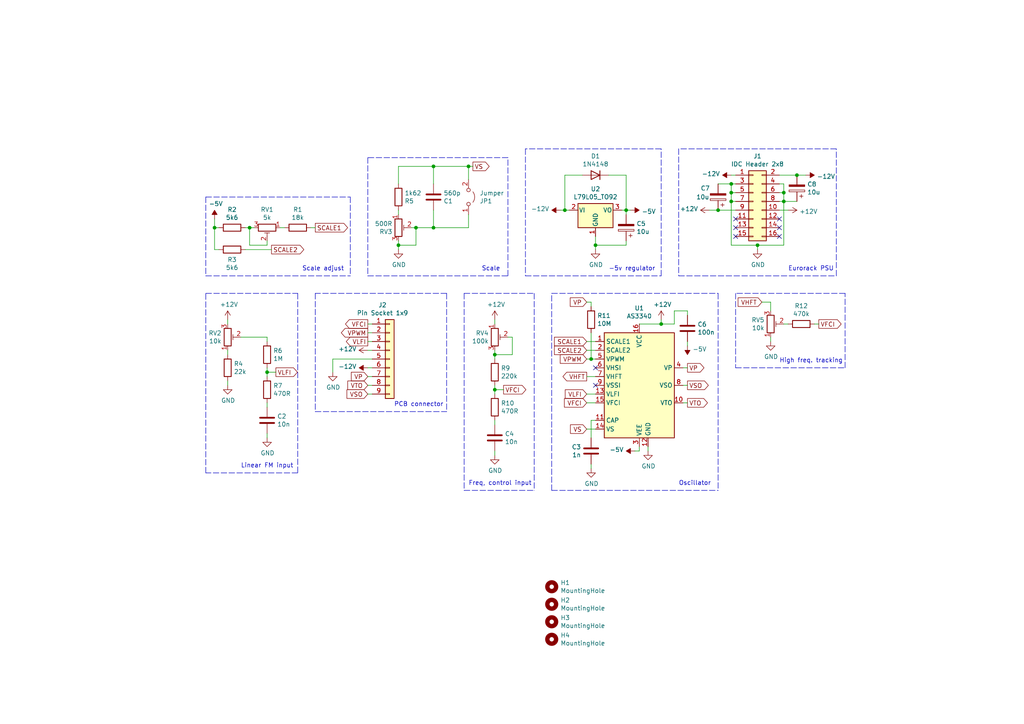
<source format=kicad_sch>
(kicad_sch (version 20211123) (generator eeschema)
  (paper "A4")
  (title_block (title "as3340-vco back") (date "2021-12-14") (rev "1.0") (comment 3 "Released under CERN Open Hardware Licence Version 2 - Strongly Reciprocal") (comment 4 "Designed by: Rafael G. Martins"))
  (lib_symbols
    (symbol "Audio:AS3340"
      (property "Reference" "U" (at -5.08 17.78 0))
      (property "Value" "AS3340" (at 5.08 17.78 0))
      (symbol "AS3340_0_1"
        (rectangle (start -10.16 15.24) (end 10.16 -15.24) (stroke (width 0.254)) (fill (type background)))
      )
      (symbol "AS3340_1_1"
        (pin input line (at -12.7 12.7 0) (length 2.54) (name "SCALE1") (number "1"))
        (pin output line (at 12.7 -5.08 180) (length 2.54) (name "VTO") (number "10"))
        (pin passive line (at -12.7 -10.16 0) (length 2.54) (name "CAP") (number "11"))
        (pin power_in line (at 2.54 -17.78 90) (length 2.54) (name "GND") (number "12"))
        (pin input line (at -12.7 -2.54 0) (length 2.54) (name "VLFI") (number "13"))
        (pin passive line (at -12.7 -12.7 0) (length 2.54) (name "VS") (number "14"))
        (pin input line (at -12.7 -5.08 0) (length 2.54) (name "VFCI") (number "15"))
        (pin power_in line (at 0 17.78 270) (length 2.54) (name "VCC") (number "16"))
        (pin input line (at -12.7 10.16 0) (length 2.54) (name "SCALE2") (number "2"))
        (pin power_in line (at 0 -17.78 90) (length 2.54) (name "VEE") (number "3"))
        (pin output line (at 12.7 5.08 180) (length 2.54) (name "VP") (number "4"))
        (pin input line (at -12.7 7.62 0) (length 2.54) (name "VPWM") (number "5"))
        (pin input line (at -12.7 5.08 0) (length 2.54) (name "VHSI") (number "6"))
        (pin input line (at -12.7 2.54 0) (length 2.54) (name "VHFT") (number "7"))
        (pin output line (at 12.7 0 180) (length 2.54) (name "VSO") (number "8"))
        (pin input line (at -12.7 0 0) (length 2.54) (name "VSSI") (number "9"))
      )
    )
    (symbol "Connector_Generic:Conn_01x09" (pin_names (offset 1.016) hide)
      (property "Reference" "J" (at 0 12.7 0))
      (property "Value" "Conn_01x09" (at 0 -12.7 0))
      (symbol "Conn_01x09_1_1"
        (rectangle (start -1.27 -10.033) (end 0 -10.287) (stroke (width 0.1524)))
        (rectangle (start -1.27 -7.493) (end 0 -7.747) (stroke (width 0.1524)))
        (rectangle (start -1.27 -4.953) (end 0 -5.207) (stroke (width 0.1524)))
        (rectangle (start -1.27 -2.413) (end 0 -2.667) (stroke (width 0.1524)))
        (rectangle (start -1.27 0.127) (end 0 -0.127) (stroke (width 0.1524)))
        (rectangle (start -1.27 2.667) (end 0 2.413) (stroke (width 0.1524)))
        (rectangle (start -1.27 5.207) (end 0 4.953) (stroke (width 0.1524)))
        (rectangle (start -1.27 7.747) (end 0 7.493) (stroke (width 0.1524)))
        (rectangle (start -1.27 10.287) (end 0 10.033) (stroke (width 0.1524)))
        (rectangle (start -1.27 11.43) (end 1.27 -11.43) (stroke (width 0.254)) (fill (type background)))
        (pin passive line (at -5.08 10.16 0) (length 3.81) (name "Pin_1") (number "1"))
        (pin passive line (at -5.08 7.62 0) (length 3.81) (name "Pin_2") (number "2"))
        (pin passive line (at -5.08 5.08 0) (length 3.81) (name "Pin_3") (number "3"))
        (pin passive line (at -5.08 2.54 0) (length 3.81) (name "Pin_4") (number "4"))
        (pin passive line (at -5.08 0 0) (length 3.81) (name "Pin_5") (number "5"))
        (pin passive line (at -5.08 -2.54 0) (length 3.81) (name "Pin_6") (number "6"))
        (pin passive line (at -5.08 -5.08 0) (length 3.81) (name "Pin_7") (number "7"))
        (pin passive line (at -5.08 -7.62 0) (length 3.81) (name "Pin_8") (number "8"))
        (pin passive line (at -5.08 -10.16 0) (length 3.81) (name "Pin_9") (number "9"))
      )
    )
    (symbol "Connector_Generic:Conn_02x08_Odd_Even" (pin_names (offset 1.016) hide)
      (property "Reference" "J" (at 1.27 10.16 0))
      (property "Value" "Conn_02x08_Odd_Even" (at 1.27 -12.7 0))
      (symbol "Conn_02x08_Odd_Even_1_1"
        (rectangle (start -1.27 -10.033) (end 0 -10.287) (stroke (width 0.1524)))
        (rectangle (start -1.27 -7.493) (end 0 -7.747) (stroke (width 0.1524)))
        (rectangle (start -1.27 -4.953) (end 0 -5.207) (stroke (width 0.1524)))
        (rectangle (start -1.27 -2.413) (end 0 -2.667) (stroke (width 0.1524)))
        (rectangle (start -1.27 0.127) (end 0 -0.127) (stroke (width 0.1524)))
        (rectangle (start -1.27 2.667) (end 0 2.413) (stroke (width 0.1524)))
        (rectangle (start -1.27 5.207) (end 0 4.953) (stroke (width 0.1524)))
        (rectangle (start -1.27 7.747) (end 0 7.493) (stroke (width 0.1524)))
        (rectangle (start -1.27 8.89) (end 3.81 -11.43) (stroke (width 0.254)) (fill (type background)))
        (rectangle (start 3.81 -10.033) (end 2.54 -10.287) (stroke (width 0.1524)))
        (rectangle (start 3.81 -7.493) (end 2.54 -7.747) (stroke (width 0.1524)))
        (rectangle (start 3.81 -4.953) (end 2.54 -5.207) (stroke (width 0.1524)))
        (rectangle (start 3.81 -2.413) (end 2.54 -2.667) (stroke (width 0.1524)))
        (rectangle (start 3.81 0.127) (end 2.54 -0.127) (stroke (width 0.1524)))
        (rectangle (start 3.81 2.667) (end 2.54 2.413) (stroke (width 0.1524)))
        (rectangle (start 3.81 5.207) (end 2.54 4.953) (stroke (width 0.1524)))
        (rectangle (start 3.81 7.747) (end 2.54 7.493) (stroke (width 0.1524)))
        (pin passive line (at -5.08 7.62 0) (length 3.81) (name "Pin_1") (number "1"))
        (pin passive line (at 7.62 -2.54 180) (length 3.81) (name "Pin_10") (number "10"))
        (pin passive line (at -5.08 -5.08 0) (length 3.81) (name "Pin_11") (number "11"))
        (pin passive line (at 7.62 -5.08 180) (length 3.81) (name "Pin_12") (number "12"))
        (pin passive line (at -5.08 -7.62 0) (length 3.81) (name "Pin_13") (number "13"))
        (pin passive line (at 7.62 -7.62 180) (length 3.81) (name "Pin_14") (number "14"))
        (pin passive line (at -5.08 -10.16 0) (length 3.81) (name "Pin_15") (number "15"))
        (pin passive line (at 7.62 -10.16 180) (length 3.81) (name "Pin_16") (number "16"))
        (pin passive line (at 7.62 7.62 180) (length 3.81) (name "Pin_2") (number "2"))
        (pin passive line (at -5.08 5.08 0) (length 3.81) (name "Pin_3") (number "3"))
        (pin passive line (at 7.62 5.08 180) (length 3.81) (name "Pin_4") (number "4"))
        (pin passive line (at -5.08 2.54 0) (length 3.81) (name "Pin_5") (number "5"))
        (pin passive line (at 7.62 2.54 180) (length 3.81) (name "Pin_6") (number "6"))
        (pin passive line (at -5.08 0 0) (length 3.81) (name "Pin_7") (number "7"))
        (pin passive line (at 7.62 0 180) (length 3.81) (name "Pin_8") (number "8"))
        (pin passive line (at -5.08 -2.54 0) (length 3.81) (name "Pin_9") (number "9"))
      )
    )
    (symbol "Device:C" (pin_numbers hide) (pin_names (offset 0.254))
      (property "Reference" "C" (at 0.635 2.54 0))
      (property "Value" "C" (at 0.635 -2.54 0))
      (symbol "C_0_1"
        (polyline (pts (xy -2.032 -0.762) (xy 2.032 -0.762)) (stroke (width 0.508)))
        (polyline (pts (xy -2.032 0.762) (xy 2.032 0.762)) (stroke (width 0.508)))
      )
      (symbol "C_1_1"
        (pin passive line (at 0 3.81 270) (length 2.794) (name "~") (number "1"))
        (pin passive line (at 0 -3.81 90) (length 2.794) (name "~") (number "2"))
      )
    )
    (symbol "Device:C_Polarized" (pin_numbers hide) (pin_names (offset 0.254))
      (property "Reference" "C" (at 0.635 2.54 0))
      (property "Value" "C_Polarized" (at 0.635 -2.54 0))
      (symbol "C_Polarized_0_1"
        (rectangle (start -2.286 0.508) (end 2.286 1.016))
        (polyline (pts (xy -1.778 2.286) (xy -0.762 2.286)))
        (polyline (pts (xy -1.27 2.794) (xy -1.27 1.778)))
        (rectangle (start 2.286 -0.508) (end -2.286 -1.016) (fill (type outline)))
      )
      (symbol "C_Polarized_1_1"
        (pin passive line (at 0 3.81 270) (length 2.794) (name "~") (number "1"))
        (pin passive line (at 0 -3.81 90) (length 2.794) (name "~") (number "2"))
      )
    )
    (symbol "Device:R" (pin_numbers hide) (pin_names (offset 0))
      (property "Reference" "R" (at 2.032 0 90))
      (property "Value" "R" (at 0 0 90))
      (symbol "R_0_1"
        (rectangle (start -1.016 -2.54) (end 1.016 2.54) (stroke (width 0.254)))
      )
      (symbol "R_1_1"
        (pin passive line (at 0 3.81 270) (length 1.27) (name "~") (number "1"))
        (pin passive line (at 0 -3.81 90) (length 1.27) (name "~") (number "2"))
      )
    )
    (symbol "Device:R_Potentiometer_Trim" (pin_names (offset 1.016) hide)
      (property "Reference" "RV" (at -4.445 0 90))
      (property "Value" "R_Potentiometer_Trim" (at -2.54 0 90))
      (symbol "R_Potentiometer_Trim_0_1"
        (polyline (pts (xy 1.524 0.762) (xy 1.524 -0.762)))
        (polyline (pts (xy 2.54 0) (xy 1.524 0)))
        (rectangle (start 1.016 2.54) (end -1.016 -2.54) (stroke (width 0.254)))
      )
      (symbol "R_Potentiometer_Trim_1_1"
        (pin passive line (at 0 3.81 270) (length 1.27) (name "1") (number "1"))
        (pin passive line (at 3.81 0 180) (length 1.27) (name "2") (number "2"))
        (pin passive line (at 0 -3.81 90) (length 1.27) (name "3") (number "3"))
      )
    )
    (symbol "Diode:1N4148" (pin_numbers hide) (pin_names (offset 1.016) hide)
      (property "Reference" "D" (at 0 2.54 0))
      (property "Value" "1N4148" (at 0 -2.54 0))
      (symbol "1N4148_0_1"
        (polyline (pts (xy -1.27 1.27) (xy -1.27 -1.27)) (stroke (width 0.254)))
        (polyline (pts (xy 1.27 0) (xy -1.27 0)))
        (polyline (pts (xy 1.27 1.27) (xy 1.27 -1.27) (xy -1.27 0) (xy 1.27 1.27)) (stroke (width 0.254)))
      )
      (symbol "1N4148_1_1"
        (pin passive line (at -3.81 0 0) (length 2.54) (name "K") (number "1"))
        (pin passive line (at 3.81 0 180) (length 2.54) (name "A") (number "2"))
      )
    )
    (symbol "Jumper:Jumper_2_Open" (pin_names (offset 0) hide)
      (property "Reference" "JP" (at 0 2.794 0))
      (property "Value" "Jumper_2_Open" (at 0 -2.286 0))
      (symbol "Jumper_2_Open_0_0"
        (circle (center -2.032 0) (radius 0.508))
        (circle (center 2.032 0) (radius 0.508))
      )
      (symbol "Jumper_2_Open_0_1"
        (arc (start 1.524 1.27) (mid 0 1.778) (end -1.524 1.27))
      )
      (symbol "Jumper_2_Open_1_1"
        (pin passive line (at -5.08 0 0) (length 2.54) (name "A") (number "1"))
        (pin passive line (at 5.08 0 180) (length 2.54) (name "B") (number "2"))
      )
    )
    (symbol "Mechanical:MountingHole" (pin_names (offset 1.016))
      (property "Reference" "H" (at 0 5.08 0))
      (property "Value" "MountingHole" (at 0 3.175 0))
      (symbol "MountingHole_0_1"
        (circle (center 0 0) (radius 1.27) (stroke (width 1.27)))
      )
    )
    (symbol "Regulator_Linear:L79L05_TO92" (pin_names (offset 0.254))
      (property "Reference" "U" (at -3.81 -3.175 0))
      (property "Value" "L79L05_TO92" (at 0 -3.175 0))
      (symbol "L79L05_TO92_0_1"
        (rectangle (start -5.08 5.08) (end 5.08 -1.905) (stroke (width 0.254)) (fill (type background)))
      )
      (symbol "L79L05_TO92_1_1"
        (pin power_in line (at 0 7.62 270) (length 2.54) (name "GND") (number "1"))
        (pin power_in line (at -7.62 0 0) (length 2.54) (name "VI") (number "2"))
        (pin power_out line (at 7.62 0 180) (length 2.54) (name "VO") (number "3"))
      )
    )
    (symbol "power:+12V" (power) (pin_names (offset 0))
      (property "Value" "+12V" (at 0 3.556 0))
      (symbol "+12V_0_1"
        (polyline (pts (xy -0.762 1.27) (xy 0 2.54)))
        (polyline (pts (xy 0 0) (xy 0 2.54)))
        (polyline (pts (xy 0 2.54) (xy 0.762 1.27)))
      )
      (symbol "+12V_1_1"
        (pin power_in line (at 0 0 90) (length 0) hide (name "+12V") (number "1"))
      )
    )
    (symbol "power:-12V" (power) (pin_names (offset 0))
      (property "Value" "-12V" (at 0 3.81 0))
      (symbol "-12V_0_0"
        (pin power_in line (at 0 0 90) (length 0) hide (name "-12V") (number "1"))
      )
      (symbol "-12V_0_1"
        (polyline (pts (xy 0 0) (xy 0 1.27) (xy 0.762 1.27) (xy 0 2.54) (xy -0.762 1.27) (xy 0 1.27)) (fill (type outline)))
      )
    )
    (symbol "power:-5V" (power) (pin_names (offset 0))
      (property "Value" "-5V" (at 0 3.81 0))
      (symbol "-5V_0_0"
        (pin power_in line (at 0 0 90) (length 0) hide (name "-5V") (number "1"))
      )
      (symbol "-5V_0_1"
        (polyline (pts (xy 0 0) (xy 0 1.27) (xy 0.762 1.27) (xy 0 2.54) (xy -0.762 1.27) (xy 0 1.27)) (fill (type outline)))
      )
    )
    (symbol "power:GND" (power) (pin_names (offset 0))
      (property "Value" "GND" (at 0 -3.81 0))
      (symbol "GND_0_1"
        (polyline (pts (xy 0 0) (xy 0 -1.27) (xy 1.27 -1.27) (xy 0 -2.54) (xy -1.27 -1.27) (xy 0 -1.27)))
      )
      (symbol "GND_1_1"
        (pin power_in line (at 0 0 270) (length 0) hide (name "GND") (number "1"))
      )
    )
  )
  (junction (at 181.61 60.96))
  (junction (at 191.77 93.98))
  (junction (at 172.72 71.12))
  (junction (at 143.51 113.03))
  (junction (at 143.51 102.87))
  (junction (at 115.57 71.12))
  (junction (at 219.71 71.12))
  (junction (at 227.33 58.42))
  (junction (at 231.14 50.8))
  (junction (at 171.45 104.14))
  (junction (at 120.65 66.04))
  (junction (at 135.89 48.26))
  (junction (at 212.09 55.88))
  (junction (at 163.83 60.96))
  (junction (at 72.39 66.04))
  (junction (at 212.09 58.42))
  (junction (at 227.33 55.88))
  (junction (at 212.09 53.34))
  (junction (at 125.73 66.04))
  (junction (at 77.47 107.95))
  (junction (at 208.28 60.96))
  (junction (at 125.73 48.26))
  (junction (at 62.23 66.04))
  (no_connect (at 213.36 66.04))
  (no_connect (at 172.72 111.76))
  (no_connect (at 172.72 106.68))
  (no_connect (at 213.36 68.58))
  (no_connect (at 226.06 68.58))
  (no_connect (at 226.06 63.5))
  (no_connect (at 213.36 63.5))
  (no_connect (at 226.06 66.04))
  (wire (pts (xy 187.96 130.81) (xy 187.96 129.54)))
  (wire (pts (xy 125.73 60.96) (xy 125.73 66.04)))
  (wire (pts (xy 72.39 71.12) (xy 77.47 71.12)))
  (wire (pts (xy 77.47 127) (xy 77.47 125.73)))
  (wire (pts (xy 170.18 109.22) (xy 172.72 109.22)))
  (wire (pts (xy 236.22 93.98) (xy 237.49 93.98)))
  (polyline (pts (xy 196.85 43.18) (xy 196.85 80.01)))
  (wire (pts (xy 115.57 48.26) (xy 125.73 48.26)))
  (wire (pts (xy 106.68 99.06) (xy 107.95 99.06)))
  (polyline (pts (xy 134.62 85.09) (xy 134.62 142.24)))
  (wire (pts (xy 181.61 62.23) (xy 181.61 60.96)))
  (wire (pts (xy 199.39 100.33) (xy 199.39 99.06)))
  (polyline (pts (xy 242.57 43.18) (xy 196.85 43.18)))
  (wire (pts (xy 120.65 66.04) (xy 125.73 66.04)))
  (wire (pts (xy 181.61 69.85) (xy 181.61 71.12)))
  (wire (pts (xy 171.45 135.89) (xy 171.45 134.62)))
  (wire (pts (xy 147.32 97.79) (xy 148.59 97.79)))
  (wire (pts (xy 195.58 93.98) (xy 191.77 93.98)))
  (wire (pts (xy 205.74 60.96) (xy 208.28 60.96)))
  (wire (pts (xy 81.28 66.04) (xy 82.55 66.04)))
  (wire (pts (xy 72.39 66.04) (xy 73.66 66.04)))
  (wire (pts (xy 106.68 96.52) (xy 107.95 96.52)))
  (wire (pts (xy 143.51 113.03) (xy 146.05 113.03)))
  (polyline (pts (xy 213.36 106.68) (xy 245.11 106.68)))
  (wire (pts (xy 106.68 114.3) (xy 107.95 114.3)))
  (polyline (pts (xy 196.85 80.01) (xy 242.57 80.01)))
  (polyline (pts (xy 154.94 85.09) (xy 154.94 142.24)))
  (polyline (pts (xy 160.02 142.24) (xy 208.28 142.24)))
  (wire (pts (xy 170.18 99.06) (xy 172.72 99.06)))
  (wire (pts (xy 106.68 111.76) (xy 107.95 111.76)))
  (wire (pts (xy 185.42 130.81) (xy 185.42 129.54)))
  (polyline (pts (xy 147.32 80.01) (xy 147.32 45.72)))
  (wire (pts (xy 115.57 53.34) (xy 115.57 48.26)))
  (wire (pts (xy 170.18 114.3) (xy 172.72 114.3)))
  (wire (pts (xy 106.68 93.98) (xy 107.95 93.98)))
  (polyline (pts (xy 160.02 85.09) (xy 208.28 85.09)))
  (wire (pts (xy 171.45 96.52) (xy 171.45 104.14)))
  (wire (pts (xy 223.52 87.63) (xy 220.98 87.63)))
  (wire (pts (xy 170.18 124.46) (xy 172.72 124.46)))
  (wire (pts (xy 62.23 66.04) (xy 63.5 66.04)))
  (wire (pts (xy 80.01 107.95) (xy 77.47 107.95)))
  (wire (pts (xy 219.71 71.12) (xy 227.33 71.12)))
  (wire (pts (xy 120.65 71.12) (xy 115.57 71.12)))
  (wire (pts (xy 77.47 107.95) (xy 77.47 109.22)))
  (wire (pts (xy 163.83 50.8) (xy 168.91 50.8)))
  (polyline (pts (xy 129.54 85.09) (xy 129.54 119.38)))
  (wire (pts (xy 226.06 55.88) (xy 227.33 55.88)))
  (wire (pts (xy 143.51 132.08) (xy 143.51 130.81)))
  (wire (pts (xy 212.09 53.34) (xy 213.36 53.34)))
  (wire (pts (xy 219.71 72.39) (xy 219.71 71.12)))
  (wire (pts (xy 77.47 71.12) (xy 77.47 69.85)))
  (wire (pts (xy 135.89 62.23) (xy 135.89 66.04)))
  (wire (pts (xy 143.51 93.98) (xy 143.51 92.71)))
  (wire (pts (xy 212.09 50.8) (xy 213.36 50.8)))
  (polyline (pts (xy 147.32 45.72) (xy 106.68 45.72)))
  (wire (pts (xy 96.52 104.14) (xy 107.95 104.14)))
  (wire (pts (xy 226.06 50.8) (xy 231.14 50.8)))
  (wire (pts (xy 199.39 91.44) (xy 199.39 90.17)))
  (wire (pts (xy 66.04 102.87) (xy 66.04 101.6)))
  (wire (pts (xy 62.23 63.5) (xy 62.23 66.04)))
  (polyline (pts (xy 59.69 80.01) (xy 101.6 80.01)))
  (wire (pts (xy 227.33 93.98) (xy 228.6 93.98)))
  (wire (pts (xy 135.89 66.04) (xy 125.73 66.04)))
  (wire (pts (xy 143.51 104.14) (xy 143.51 102.87)))
  (wire (pts (xy 143.51 111.76) (xy 143.51 113.03)))
  (wire (pts (xy 226.06 60.96) (xy 228.6 60.96)))
  (wire (pts (xy 172.72 72.39) (xy 172.72 71.12)))
  (wire (pts (xy 181.61 50.8) (xy 176.53 50.8)))
  (wire (pts (xy 135.89 48.26) (xy 137.16 48.26)))
  (wire (pts (xy 148.59 102.87) (xy 143.51 102.87)))
  (polyline (pts (xy 208.28 85.09) (xy 208.28 142.24)))
  (polyline (pts (xy 59.69 57.15) (xy 59.69 80.01)))
  (wire (pts (xy 227.33 58.42) (xy 231.14 58.42)))
  (polyline (pts (xy 152.4 43.18) (xy 152.4 80.01)))
  (wire (pts (xy 62.23 66.04) (xy 62.23 72.39)))
  (wire (pts (xy 66.04 111.76) (xy 66.04 110.49)))
  (polyline (pts (xy 106.68 45.72) (xy 106.68 80.01)))
  (wire (pts (xy 212.09 71.12) (xy 219.71 71.12)))
  (wire (pts (xy 170.18 104.14) (xy 171.45 104.14)))
  (wire (pts (xy 71.12 72.39) (xy 78.74 72.39)))
  (wire (pts (xy 96.52 107.95) (xy 96.52 104.14)))
  (wire (pts (xy 227.33 53.34) (xy 226.06 53.34)))
  (polyline (pts (xy 101.6 57.15) (xy 101.6 80.01)))
  (wire (pts (xy 71.12 66.04) (xy 72.39 66.04)))
  (wire (pts (xy 143.51 102.87) (xy 143.51 101.6)))
  (wire (pts (xy 208.28 53.34) (xy 212.09 53.34)))
  (polyline (pts (xy 152.4 80.01) (xy 191.77 80.01)))
  (wire (pts (xy 171.45 104.14) (xy 172.72 104.14)))
  (polyline (pts (xy 106.68 80.01) (xy 147.32 80.01)))
  (wire (pts (xy 180.34 60.96) (xy 181.61 60.96)))
  (wire (pts (xy 171.45 127) (xy 171.45 121.92)))
  (polyline (pts (xy 59.69 85.09) (xy 86.36 85.09)))
  (wire (pts (xy 213.36 58.42) (xy 212.09 58.42)))
  (wire (pts (xy 72.39 66.04) (xy 72.39 71.12)))
  (wire (pts (xy 135.89 48.26) (xy 135.89 52.07)))
  (polyline (pts (xy 59.69 57.15) (xy 101.6 57.15)))
  (wire (pts (xy 195.58 90.17) (xy 195.58 93.98)))
  (wire (pts (xy 227.33 71.12) (xy 227.33 58.42)))
  (wire (pts (xy 212.09 71.12) (xy 212.09 58.42)))
  (polyline (pts (xy 245.11 85.09) (xy 213.36 85.09)))
  (polyline (pts (xy 160.02 142.24) (xy 160.02 85.09)))
  (wire (pts (xy 120.65 66.04) (xy 120.65 71.12)))
  (wire (pts (xy 226.06 58.42) (xy 227.33 58.42)))
  (wire (pts (xy 181.61 60.96) (xy 182.88 60.96)))
  (polyline (pts (xy 191.77 43.18) (xy 152.4 43.18)))
  (polyline (pts (xy 191.77 80.01) (xy 191.77 43.18)))
  (polyline (pts (xy 91.44 119.38) (xy 129.54 119.38)))
  (wire (pts (xy 227.33 55.88) (xy 227.33 53.34)))
  (wire (pts (xy 170.18 87.63) (xy 171.45 87.63)))
  (wire (pts (xy 172.72 71.12) (xy 172.72 68.58)))
  (wire (pts (xy 77.47 118.11) (xy 77.47 116.84)))
  (wire (pts (xy 125.73 53.34) (xy 125.73 48.26)))
  (wire (pts (xy 77.47 106.68) (xy 77.47 107.95)))
  (polyline (pts (xy 91.44 85.09) (xy 91.44 119.38)))
  (wire (pts (xy 125.73 48.26) (xy 135.89 48.26)))
  (wire (pts (xy 66.04 93.98) (xy 66.04 92.71)))
  (wire (pts (xy 115.57 71.12) (xy 115.57 69.85)))
  (wire (pts (xy 199.39 90.17) (xy 195.58 90.17)))
  (polyline (pts (xy 134.62 142.24) (xy 154.94 142.24)))
  (wire (pts (xy 106.68 101.6) (xy 107.95 101.6)))
  (wire (pts (xy 198.12 111.76) (xy 199.39 111.76)))
  (wire (pts (xy 212.09 58.42) (xy 212.09 55.88)))
  (wire (pts (xy 213.36 55.88) (xy 212.09 55.88)))
  (wire (pts (xy 143.51 113.03) (xy 143.51 114.3)))
  (polyline (pts (xy 86.36 85.09) (xy 86.36 137.16)))
  (wire (pts (xy 185.42 93.98) (xy 191.77 93.98)))
  (polyline (pts (xy 86.36 137.16) (xy 59.69 137.16)))
  (wire (pts (xy 115.57 72.39) (xy 115.57 71.12)))
  (wire (pts (xy 148.59 97.79) (xy 148.59 102.87)))
  (wire (pts (xy 119.38 66.04) (xy 120.65 66.04)))
  (wire (pts (xy 62.23 72.39) (xy 63.5 72.39)))
  (polyline (pts (xy 245.11 106.68) (xy 245.11 85.09)))
  (polyline (pts (xy 213.36 85.09) (xy 213.36 106.68)))
  (wire (pts (xy 163.83 60.96) (xy 165.1 60.96)))
  (wire (pts (xy 231.14 50.8) (xy 233.68 50.8)))
  (wire (pts (xy 171.45 87.63) (xy 171.45 88.9)))
  (wire (pts (xy 77.47 99.06) (xy 77.47 97.79)))
  (wire (pts (xy 170.18 101.6) (xy 172.72 101.6)))
  (wire (pts (xy 184.15 130.81) (xy 185.42 130.81)))
  (wire (pts (xy 90.17 66.04) (xy 91.44 66.04)))
  (polyline (pts (xy 134.62 85.09) (xy 154.94 85.09)))
  (wire (pts (xy 223.52 90.17) (xy 223.52 87.63)))
  (wire (pts (xy 143.51 123.19) (xy 143.51 121.92)))
  (wire (pts (xy 198.12 106.68) (xy 199.39 106.68)))
  (wire (pts (xy 163.83 60.96) (xy 163.83 50.8)))
  (wire (pts (xy 227.33 58.42) (xy 227.33 55.88)))
  (wire (pts (xy 181.61 60.96) (xy 181.61 50.8)))
  (wire (pts (xy 171.45 121.92) (xy 172.72 121.92)))
  (wire (pts (xy 181.61 71.12) (xy 172.72 71.12)))
  (wire (pts (xy 106.68 109.22) (xy 107.95 109.22)))
  (polyline (pts (xy 59.69 137.16) (xy 59.69 85.09)))
  (wire (pts (xy 106.68 106.68) (xy 107.95 106.68)))
  (wire (pts (xy 212.09 55.88) (xy 212.09 53.34)))
  (wire (pts (xy 208.28 60.96) (xy 213.36 60.96)))
  (polyline (pts (xy 242.57 80.01) (xy 242.57 43.18)))
  (wire (pts (xy 223.52 99.06) (xy 223.52 97.79)))
  (polyline (pts (xy 129.54 85.09) (xy 91.44 85.09)))
  (wire (pts (xy 170.18 116.84) (xy 172.72 116.84)))
  (wire (pts (xy 69.85 97.79) (xy 77.47 97.79)))
  (wire (pts (xy 115.57 60.96) (xy 115.57 62.23)))
  (wire (pts (xy 191.77 93.98) (xy 191.77 92.71)))
  (wire (pts (xy 162.56 60.96) (xy 163.83 60.96)))
  (wire (pts (xy 198.12 116.84) (xy 199.39 116.84)))
  (text "Scale" (at 139.7 78.74 0) (effects (font (size 1.27 1.27)) (justify left bottom)))
  (text "-5v regulator" (at 176.53 78.74 0) (effects (font (size 1.27 1.27)) (justify left bottom)))
  (text "Linear FM input" (at 69.85 135.89 0) (effects (font (size 1.27 1.27)) (justify left bottom)))
  (text "Scale adjust" (at 87.63 78.74 0) (effects (font (size 1.27 1.27)) (justify left bottom)))
  (text "Oscillator" (at 196.85 140.97 0) (effects (font (size 1.27 1.27)) (justify left bottom)))
  (text "Eurorack PSU" (at 228.6 78.74 0) (effects (font (size 1.27 1.27)) (justify left bottom)))
  (text "PCB connector" (at 114.3 118.11 0) (effects (font (size 1.27 1.27)) (justify left bottom)))
  (text "High freq. tracking" (at 226.06 105.41 0) (effects (font (size 1.27 1.27)) (justify left bottom)))
  (text "Freq, control input" (at 135.89 140.97 0) (effects (font (size 1.27 1.27)) (justify left bottom)))
  (global_label "SCALE1" (shape input) (at 170.18 99.06 180) (property "Intersheet References" "${INTERSHEET_REFS}" (effects hide)))
  (global_label "VLFI" (shape input) (at 170.18 114.3 180) (property "Intersheet References" "${INTERSHEET_REFS}" (effects hide)))
  (global_label "VFCI" (shape output) (at 237.49 93.98 0) (property "Intersheet References" "${INTERSHEET_REFS}" (effects hide)))
  (global_label "VS" (shape input) (at 170.18 124.46 180) (property "Intersheet References" "${INTERSHEET_REFS}" (effects hide)))
  (global_label "VLFI" (shape output) (at 80.01 107.95 0) (property "Intersheet References" "${INTERSHEET_REFS}" (effects hide)))
  (global_label "VP" (shape input) (at 106.68 109.22 180) (property "Intersheet References" "${INTERSHEET_REFS}" (effects hide)))
  (global_label "VSO" (shape output) (at 199.39 111.76 0) (property "Intersheet References" "${INTERSHEET_REFS}" (effects hide)))
  (global_label "VFCI" (shape output) (at 106.68 93.98 180) (property "Intersheet References" "${INTERSHEET_REFS}" (effects hide)))
  (global_label "VPWM" (shape input) (at 170.18 104.14 180) (property "Intersheet References" "${INTERSHEET_REFS}" (effects hide)))
  (global_label "VPWM" (shape output) (at 106.68 96.52 180) (property "Intersheet References" "${INTERSHEET_REFS}" (effects hide)))
  (global_label "VFCI" (shape output) (at 146.05 113.03 0) (property "Intersheet References" "${INTERSHEET_REFS}" (effects hide)))
  (global_label "SCALE1" (shape output) (at 91.44 66.04 0) (property "Intersheet References" "${INTERSHEET_REFS}" (effects hide)))
  (global_label "VS" (shape output) (at 137.16 48.26 0) (property "Intersheet References" "${INTERSHEET_REFS}" (effects hide)))
  (global_label "SCALE2" (shape input) (at 170.18 101.6 180) (property "Intersheet References" "${INTERSHEET_REFS}" (effects hide)))
  (global_label "VFCI" (shape input) (at 170.18 116.84 180) (property "Intersheet References" "${INTERSHEET_REFS}" (effects hide)))
  (global_label "VHFT" (shape output) (at 170.18 109.22 180) (property "Intersheet References" "${INTERSHEET_REFS}" (effects hide)))
  (global_label "VTO" (shape output) (at 199.39 116.84 0) (property "Intersheet References" "${INTERSHEET_REFS}" (effects hide)))
  (global_label "VP" (shape input) (at 170.18 87.63 180) (property "Intersheet References" "${INTERSHEET_REFS}" (effects hide)))
  (global_label "VLFI" (shape output) (at 106.68 99.06 180) (property "Intersheet References" "${INTERSHEET_REFS}" (effects hide)))
  (global_label "VHFT" (shape input) (at 220.98 87.63 180) (property "Intersheet References" "${INTERSHEET_REFS}" (effects hide)))
  (global_label "VSO" (shape input) (at 106.68 114.3 180) (property "Intersheet References" "${INTERSHEET_REFS}" (effects hide)))
  (global_label "VP" (shape output) (at 199.39 106.68 0) (property "Intersheet References" "${INTERSHEET_REFS}" (effects hide)))
  (global_label "SCALE2" (shape output) (at 78.74 72.39 0) (property "Intersheet References" "${INTERSHEET_REFS}" (effects hide)))
  (global_label "VTO" (shape input) (at 106.68 111.76 180) (property "Intersheet References" "${INTERSHEET_REFS}" (effects hide)))
  (symbol (lib_id "Audio:AS3340") (at 185.42 111.76 0) (unit 1)
    (property "Reference" "U1" (at 185.42 89.3826 0))
    (property "Value" "AS3340" (at 185.42 91.694 0))
    (property "Footprint" "Package_DIP:DIP-16_W7.62mm_LongPads" (effects hide))
    (property "Datasheet" "http://www.alfarzpp.lv/eng/sc/AS3340.pdf" (effects hide))
  )
  (symbol (lib_id "Device:R") (at 86.36 66.04 270) (unit 1)
    (property "Reference" "R1" (at 86.36 60.7822 90))
    (property "Value" "18k" (at 86.36 63.0936 90))
    (property "Footprint" "Resistor_THT:R_Axial_DIN0207_L6.3mm_D2.5mm_P10.16mm_Horizontal" (effects hide))
  )
  (symbol (lib_id "Device:R") (at 67.31 66.04 270) (unit 1)
    (property "Reference" "R2" (at 67.31 60.7822 90))
    (property "Value" "5k6" (at 67.31 63.0936 90))
    (property "Footprint" "Resistor_THT:R_Axial_DIN0207_L6.3mm_D2.5mm_P10.16mm_Horizontal" (effects hide))
  )
  (symbol (lib_id "Device:R") (at 67.31 72.39 270) (unit 1)
    (property "Reference" "R3" (at 67.31 75.311 90))
    (property "Value" "5k6" (at 67.31 77.6224 90))
    (property "Footprint" "Resistor_THT:R_Axial_DIN0207_L6.3mm_D2.5mm_P10.16mm_Horizontal" (effects hide))
  )
  (symbol (lib_id "Device:R_Potentiometer_Trim") (at 77.47 66.04 270) (unit 1)
    (property "Reference" "RV1" (at 77.47 60.7822 90))
    (property "Value" "5k" (at 77.47 63.0936 90))
    (property "Footprint" "eurorack:Potentiometer_Vishay_M64Y_Horizontal" (effects hide))
  )
  (symbol (lib_id "Device:R_Potentiometer_Trim") (at 66.04 97.79 0) (mirror x) (unit 1)
    (property "Reference" "RV2" (at 64.262 96.6216 0) (effects (justify right)))
    (property "Value" "10k" (at 64.262 98.933 0) (effects (justify right)))
    (property "Footprint" "eurorack:Potentiometer_Vishay_M64Y_Horizontal" (effects hide))
  )
  (symbol (lib_id "Device:R") (at 66.04 106.68 0) (unit 1)
    (property "Reference" "R4" (at 67.818 105.5116 0) (effects (justify left)))
    (property "Value" "22k" (at 67.818 107.823 0) (effects (justify left)))
    (property "Footprint" "Resistor_THT:R_Axial_DIN0207_L6.3mm_D2.5mm_P10.16mm_Horizontal" (effects hide))
  )
  (symbol (lib_id "Device:R_Potentiometer_Trim") (at 115.57 66.04 0) (unit 1)
    (property "Reference" "RV3" (at 113.8174 67.2084 0) (effects (justify right)))
    (property "Value" "500R" (at 113.8174 64.897 0) (effects (justify right)))
    (property "Footprint" "eurorack:Potentiometer_Vishay_M64Y_Horizontal" (effects hide))
  )
  (symbol (lib_id "Device:R") (at 115.57 57.15 0) (mirror y) (unit 1)
    (property "Reference" "R5" (at 117.348 58.3184 0) (effects (justify right)))
    (property "Value" "1k62" (at 117.348 56.007 0) (effects (justify right)))
    (property "Footprint" "Resistor_THT:R_Axial_DIN0207_L6.3mm_D2.5mm_P10.16mm_Horizontal" (effects hide))
  )
  (symbol (lib_id "Device:C") (at 125.73 57.15 0) (mirror y) (unit 1)
    (property "Reference" "C1" (at 128.651 58.3184 0) (effects (justify right)))
    (property "Value" "560p" (at 128.651 56.007 0) (effects (justify right)))
    (property "Footprint" "Capacitor_THT:C_Disc_D5.0mm_W2.5mm_P2.50mm" (effects hide))
  )
  (symbol (lib_id "Jumper:Jumper_2_Open") (at 135.89 57.15 270) (mirror x) (unit 1)
    (property "Reference" "JP1" (at 139.1158 58.3184 90) (effects (justify left)))
    (property "Value" "Jumper" (at 139.1158 56.007 90) (effects (justify left)))
    (property "Footprint" "Connector_PinHeader_2.54mm:PinHeader_1x02_P2.54mm_Vertical" (effects hide))
  )
  (symbol (lib_id "Device:R") (at 77.47 102.87 0) (unit 1)
    (property "Reference" "R6" (at 79.248 101.7016 0) (effects (justify left)))
    (property "Value" "1M" (at 79.248 104.013 0) (effects (justify left)))
    (property "Footprint" "Resistor_THT:R_Axial_DIN0207_L6.3mm_D2.5mm_P10.16mm_Horizontal" (effects hide))
  )
  (symbol (lib_id "Device:R") (at 77.47 113.03 0) (unit 1)
    (property "Reference" "R7" (at 79.248 111.8616 0) (effects (justify left)))
    (property "Value" "470R" (at 79.248 114.173 0) (effects (justify left)))
    (property "Footprint" "Resistor_THT:R_Axial_DIN0207_L6.3mm_D2.5mm_P10.16mm_Horizontal" (effects hide))
  )
  (symbol (lib_id "Device:C") (at 77.47 121.92 0) (unit 1)
    (property "Reference" "C2" (at 80.391 120.7516 0) (effects (justify left)))
    (property "Value" "10n" (at 80.391 123.063 0) (effects (justify left)))
    (property "Footprint" "Capacitor_THT:C_Disc_D5.0mm_W2.5mm_P2.50mm" (effects hide))
  )
  (symbol (lib_id "Device:C") (at 171.45 130.81 0) (unit 1)
    (property "Reference" "C3" (at 168.529 129.6416 0) (effects (justify right)))
    (property "Value" "1n" (at 168.529 131.953 0) (effects (justify right)))
    (property "Footprint" "Capacitor_THT:C_Rect_L7.2mm_W3.0mm_P5.00mm_FKS2_FKP2_MKS2_MKP2" (effects hide))
  )
  (symbol (lib_id "Device:R_Potentiometer_Trim") (at 143.51 97.79 0) (unit 1)
    (property "Reference" "RV4" (at 141.7574 96.6216 0) (effects (justify right)))
    (property "Value" "100k" (at 141.7574 98.933 0) (effects (justify right)))
    (property "Footprint" "eurorack:Potentiometer_Vishay_M64Y_Horizontal" (effects hide))
  )
  (symbol (lib_id "Device:R") (at 143.51 107.95 0) (unit 1)
    (property "Reference" "R9" (at 145.288 106.7816 0) (effects (justify left)))
    (property "Value" "220k" (at 145.288 109.093 0) (effects (justify left)))
    (property "Footprint" "Resistor_THT:R_Axial_DIN0207_L6.3mm_D2.5mm_P10.16mm_Horizontal" (effects hide))
  )
  (symbol (lib_id "Device:R") (at 143.51 118.11 0) (unit 1)
    (property "Reference" "R10" (at 145.288 116.9416 0) (effects (justify left)))
    (property "Value" "470R" (at 145.288 119.253 0) (effects (justify left)))
    (property "Footprint" "Resistor_THT:R_Axial_DIN0207_L6.3mm_D2.5mm_P10.16mm_Horizontal" (effects hide))
  )
  (symbol (lib_id "Connector_Generic:Conn_02x08_Odd_Even") (at 218.44 58.42 0) (unit 1)
    (property "Reference" "J1" (at 219.71 45.2882 0))
    (property "Value" "IDC Header 2x8" (at 219.71 47.5996 0))
    (property "Footprint" "Connector_IDC:IDC-Header_2x08_P2.54mm_Vertical" (effects hide))
  )
  (symbol (lib_id "power:-12V") (at 212.09 50.8 90) (unit 1)
    (property "Reference" "#PWR0115" (effects hide))
    (property "Value" "-12V" (at 208.8388 50.419 90) (effects (justify left)))
  )
  (symbol (lib_id "power:-12V") (at 233.68 50.8 270) (unit 1)
    (property "Reference" "#PWR0116" (effects hide))
    (property "Value" "-12V" (at 236.9312 51.181 90) (effects (justify left)))
  )
  (symbol (lib_id "power:+12V") (at 205.74 60.96 90) (unit 1)
    (property "Reference" "#PWR0117" (effects hide))
    (property "Value" "+12V" (at 202.4888 60.579 90) (effects (justify left)))
  )
  (symbol (lib_id "power:+12V") (at 228.6 60.96 270) (unit 1)
    (property "Reference" "#PWR0118" (effects hide))
    (property "Value" "+12V" (at 231.8512 61.341 90) (effects (justify left)))
  )
  (symbol (lib_id "Device:C_Polarized") (at 208.28 57.15 180) (unit 1)
    (property "Reference" "C7" (at 203.2 54.61 0) (effects (justify right)))
    (property "Value" "10u" (at 201.93 57.15 0) (effects (justify right)))
    (property "Footprint" "Capacitor_THT:CP_Radial_D5.0mm_P2.50mm" (effects hide))
  )
  (symbol (lib_id "Device:C_Polarized") (at 231.14 54.61 180) (unit 1)
    (property "Reference" "C8" (at 234.1372 53.4416 0) (effects (justify right)))
    (property "Value" "10u" (at 234.1372 55.753 0) (effects (justify right)))
    (property "Footprint" "Capacitor_THT:CP_Radial_D5.0mm_P2.50mm" (effects hide))
  )
  (symbol (lib_id "power:+12V") (at 191.77 92.71 0) (unit 1)
    (property "Reference" "#PWR0101" (effects hide))
    (property "Value" "+12V" (at 192.151 88.3158 0))
  )
  (symbol (lib_id "power:GND") (at 219.71 72.39 0) (unit 1)
    (property "Reference" "#PWR0119" (effects hide))
    (property "Value" "GND" (at 219.837 76.7842 0))
  )
  (symbol (lib_id "power:GND") (at 187.96 130.81 0) (unit 1)
    (property "Reference" "#PWR0102" (effects hide))
    (property "Value" "GND" (at 188.087 135.2042 0))
  )
  (symbol (lib_id "Device:C") (at 143.51 127 0) (unit 1)
    (property "Reference" "C4" (at 146.431 125.8316 0) (effects (justify left)))
    (property "Value" "10n" (at 146.431 128.143 0) (effects (justify left)))
    (property "Footprint" "Capacitor_THT:C_Disc_D5.0mm_W2.5mm_P2.50mm" (effects hide))
  )
  (symbol (lib_id "power:GND") (at 66.04 111.76 0) (unit 1)
    (property "Reference" "#PWR0110" (effects hide))
    (property "Value" "GND" (at 66.167 116.1542 0))
  )
  (symbol (lib_id "power:GND") (at 115.57 72.39 0) (unit 1)
    (property "Reference" "#PWR0111" (effects hide))
    (property "Value" "GND" (at 115.697 76.7842 0))
  )
  (symbol (lib_id "power:-5V") (at 199.39 100.33 180) (unit 1)
    (property "Reference" "#PWR0120" (effects hide))
    (property "Value" "-5V" (at 200.8632 101.2698 0) (effects (justify right)))
  )
  (symbol (lib_id "power:-5V") (at 184.15 130.81 90) (unit 1)
    (property "Reference" "#PWR0103" (effects hide))
    (property "Value" "-5V" (at 180.8988 130.429 90) (effects (justify left)))
  )
  (symbol (lib_id "Device:C") (at 199.39 95.25 0) (unit 1)
    (property "Reference" "C6" (at 202.311 94.0816 0) (effects (justify left)))
    (property "Value" "100n" (at 202.311 96.393 0) (effects (justify left)))
    (property "Footprint" "Capacitor_THT:C_Disc_D4.3mm_W1.9mm_P5.00mm" (effects hide))
  )
  (symbol (lib_id "Device:R") (at 171.45 92.71 0) (unit 1)
    (property "Reference" "R11" (at 173.228 91.5416 0) (effects (justify left)))
    (property "Value" "10M" (at 173.228 93.853 0) (effects (justify left)))
    (property "Footprint" "Resistor_THT:R_Axial_DIN0207_L6.3mm_D2.5mm_P10.16mm_Horizontal" (effects hide))
  )
  (symbol (lib_id "power:-12V") (at 106.68 106.68 90) (unit 1)
    (property "Reference" "#PWR0121" (effects hide))
    (property "Value" "-12V" (at 103.4288 106.299 90) (effects (justify left)))
  )
  (symbol (lib_id "power:+12V") (at 106.68 101.6 90) (unit 1)
    (property "Reference" "#PWR0124" (effects hide))
    (property "Value" "+12V" (at 103.4288 101.219 90) (effects (justify left)))
  )
  (symbol (lib_id "power:-5V") (at 62.23 63.5 0) (unit 1)
    (property "Reference" "#PWR0104" (effects hide))
    (property "Value" "-5V" (at 62.611 59.1058 0))
  )
  (symbol (lib_id "power:GND") (at 96.52 107.95 0) (unit 1)
    (property "Reference" "#PWR0125" (effects hide))
    (property "Value" "GND" (at 96.647 112.3442 0))
  )
  (symbol (lib_id "Mechanical:MountingHole") (at 160.02 170.18 0) (unit 1)
    (property "Reference" "H1" (at 162.56 169.0116 0) (effects (justify left)))
    (property "Value" "MountingHole" (at 162.56 171.323 0) (effects (justify left)))
    (property "Footprint" "MountingHole:MountingHole_2.2mm_M2_Pad_Via" (effects hide))
  )
  (symbol (lib_id "Mechanical:MountingHole") (at 160.02 175.26 0) (unit 1)
    (property "Reference" "H2" (at 162.56 174.0916 0) (effects (justify left)))
    (property "Value" "MountingHole" (at 162.56 176.403 0) (effects (justify left)))
    (property "Footprint" "MountingHole:MountingHole_2.2mm_M2_Pad_Via" (effects hide))
  )
  (symbol (lib_id "Mechanical:MountingHole") (at 160.02 180.34 0) (unit 1)
    (property "Reference" "H3" (at 162.56 179.1716 0) (effects (justify left)))
    (property "Value" "MountingHole" (at 162.56 181.483 0) (effects (justify left)))
    (property "Footprint" "MountingHole:MountingHole_2.2mm_M2_Pad_Via" (effects hide))
  )
  (symbol (lib_id "Mechanical:MountingHole") (at 160.02 185.42 0) (unit 1)
    (property "Reference" "H4" (at 162.56 184.2516 0) (effects (justify left)))
    (property "Value" "MountingHole" (at 162.56 186.563 0) (effects (justify left)))
    (property "Footprint" "MountingHole:MountingHole_2.2mm_M2_Pad_Via" (effects hide))
  )
  (symbol (lib_id "power:-12V") (at 162.56 60.96 90) (unit 1)
    (property "Reference" "#PWR0112" (effects hide))
    (property "Value" "-12V" (at 159.3088 60.579 90) (effects (justify left)))
  )
  (symbol (lib_id "power:-5V") (at 182.88 60.96 270) (unit 1)
    (property "Reference" "#PWR0113" (effects hide))
    (property "Value" "-5V" (at 186.1312 61.341 90) (effects (justify left)))
  )
  (symbol (lib_id "power:GND") (at 172.72 72.39 0) (unit 1)
    (property "Reference" "#PWR0114" (effects hide))
    (property "Value" "GND" (at 172.847 76.7842 0))
  )
  (symbol (lib_id "Device:C_Polarized") (at 181.61 66.04 180) (unit 1)
    (property "Reference" "C5" (at 184.6072 64.8716 0) (effects (justify right)))
    (property "Value" "10u" (at 184.6072 67.183 0) (effects (justify right)))
    (property "Footprint" "Capacitor_THT:CP_Radial_D5.0mm_P2.50mm" (effects hide))
  )
  (symbol (lib_id "Device:R_Potentiometer_Trim") (at 223.52 93.98 0) (mirror x) (unit 1)
    (property "Reference" "RV5" (at 221.742 92.8116 0) (effects (justify right)))
    (property "Value" "10k" (at 221.742 95.123 0) (effects (justify right)))
    (property "Footprint" "eurorack:Potentiometer_Vishay_M64Y_Horizontal" (effects hide))
  )
  (symbol (lib_id "power:+12V") (at 143.51 92.71 0) (unit 1)
    (property "Reference" "#PWR0105" (effects hide))
    (property "Value" "+12V" (at 143.891 88.3158 0))
  )
  (symbol (lib_id "power:GND") (at 223.52 99.06 0) (unit 1)
    (property "Reference" "#PWR0122" (effects hide))
    (property "Value" "GND" (at 223.647 103.4542 0))
  )
  (symbol (lib_id "Device:R") (at 232.41 93.98 270) (unit 1)
    (property "Reference" "R12" (at 232.41 88.7222 90))
    (property "Value" "470k" (at 232.41 91.0336 90))
    (property "Footprint" "Resistor_THT:R_Axial_DIN0207_L6.3mm_D2.5mm_P10.16mm_Horizontal" (effects hide))
  )
  (symbol (lib_id "power:GND") (at 143.51 132.08 0) (unit 1)
    (property "Reference" "#PWR0106" (effects hide))
    (property "Value" "GND" (at 143.637 136.4742 0))
  )
  (symbol (lib_id "power:GND") (at 171.45 135.89 0) (unit 1)
    (property "Reference" "#PWR0107" (effects hide))
    (property "Value" "GND" (at 171.577 140.2842 0))
  )
  (symbol (lib_id "power:+12V") (at 66.04 92.71 0) (unit 1)
    (property "Reference" "#PWR0108" (effects hide))
    (property "Value" "+12V" (at 66.421 88.3158 0))
  )
  (symbol (lib_id "power:GND") (at 77.47 127 0) (unit 1)
    (property "Reference" "#PWR0109" (effects hide))
    (property "Value" "GND" (at 77.597 131.3942 0))
  )
  (symbol (lib_id "Connector_Generic:Conn_01x09") (at 113.03 104.14 0) (unit 1)
    (property "Reference" "J2" (at 110.9472 88.4682 0))
    (property "Value" "Pin Socket 1x9" (at 110.9472 90.7796 0))
    (property "Footprint" "Connector_PinSocket_2.54mm:PinSocket_1x09_P2.54mm_Vertical" (effects hide))
  )
  (symbol (lib_id "Regulator_Linear:L79L05_TO92") (at 172.72 60.96 0) (mirror x) (unit 1)
    (property "Reference" "U2" (at 172.72 54.8132 0))
    (property "Value" "L79L05_TO92" (at 172.72 57.1246 0))
    (property "Footprint" "Package_TO_SOT_THT:TO-92_Wide" (effects hide))
    (property "Datasheet" "http://www.farnell.com/datasheets/1827870.pdf" (effects hide))
  )
  (symbol (lib_id "Diode:1N4148") (at 172.72 50.8 0) (mirror y) (unit 1)
    (property "Reference" "D1" (at 172.72 45.2882 0))
    (property "Value" "1N4148" (at 172.72 47.5996 0))
    (property "Footprint" "Diode_THT:D_DO-35_SOD27_P7.62mm_Horizontal" (effects hide))
    (property "Datasheet" "https://assets.nexperia.com/documents/data-sheet/1N4148_1N4448.pdf" (effects hide))
  )
)
</source>
